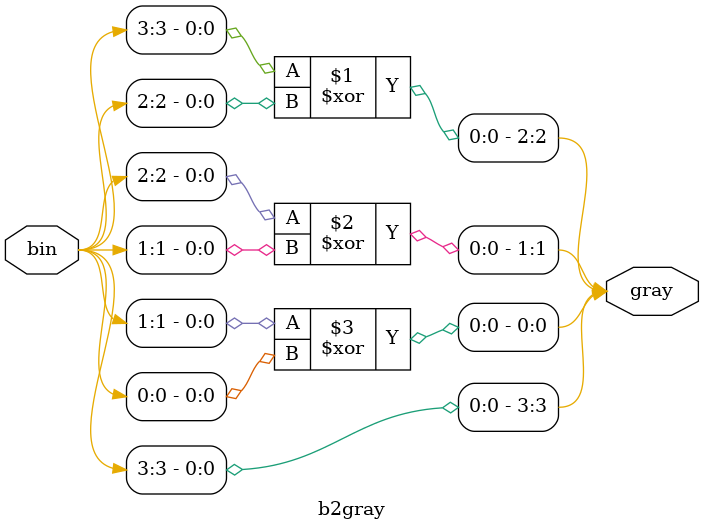
<source format=v>
module b2gray(bin,gray);
input [3:0] bin;
output [3:0] gray;

assign gray[3]=bin[3];
assign gray[2]=bin[3]^bin[2];
assign gray[1]=bin[2]^bin[1];
assign gray[0]=bin[1]^bin[0];
endmodule 
</source>
